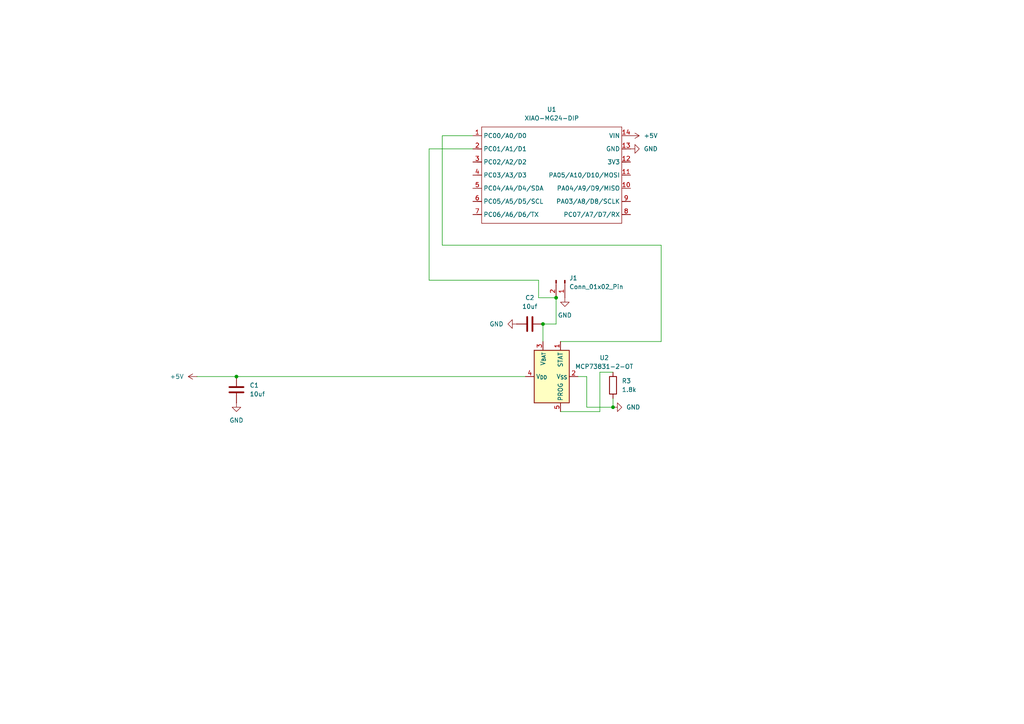
<source format=kicad_sch>
(kicad_sch (version 20250114) (generator "eeschema") (generator_version "9.0")
  (paper "A4")
  (lib_symbols
    (symbol "Battery_Management:MCP73831-2-OT"
      (property "Reference" "U" (at -7.62 6.35 0))
      (property "Value" "MCP73831-2-OT" (at 1.27 6.35 0))
      (symbol "MCP73831-2-OT_0_1"
        (rectangle (start -7.62 5.08) (end 7.62 -5.08) (stroke (width 0.254)) (fill (type background)))
      )
      (symbol "MCP73831-2-OT_1_1"
        (pin input line (at -10.16 -2.54 0) (length 2.54) (name "PROG") (number "5"))
        (pin power_in line (at 0 7.62 270) (length 2.54) (name "V_{DD}") (number "4"))
        (pin power_in line (at 0 -7.62 90) (length 2.54) (name "V_{SS}") (number "2"))
        (pin power_out line (at 10.16 2.54 180) (length 2.54) (name "V_{BAT}") (number "3"))
        (pin tri_state line (at 10.16 -2.54 180) (length 2.54) (name "STAT") (number "1"))
      )
    )
    (symbol "Connector:Conn_01x02_Pin" (pin_names (offset 1.016) (hide yes))
      (property "Reference" "J" (at 0 2.54 0))
      (property "Value" "Conn_01x02_Pin" (at 0 -5.08 0))
      (symbol "Conn_01x02_Pin_1_1"
        (rectangle (start 0.8636 0.127) (end 0 -0.127) (stroke (width 0.1524)) (fill (type outline)))
        (rectangle (start 0.8636 -2.413) (end 0 -2.667) (stroke (width 0.1524)) (fill (type outline)))
        (polyline (pts (xy 1.27 0) (xy 0.8636 0)) (stroke (width 0.1524)))
        (polyline (pts (xy 1.27 -2.54) (xy 0.8636 -2.54)) (stroke (width 0.1524)))
        (pin passive line (at 5.08 0 180) (length 3.81) (name "Pin_1") (number "1"))
        (pin passive line (at 5.08 -2.54 180) (length 3.81) (name "Pin_2") (number "2"))
      )
    )
    (symbol "Device:C" (pin_numbers (hide yes)) (pin_names (offset 0.254))
      (property "Reference" "C" (at 0.635 2.54 0))
      (property "Value" "C" (at 0.635 -2.54 0))
      (symbol "C_0_1"
        (polyline (pts (xy -2.032 0.762) (xy 2.032 0.762)) (stroke (width 0.508)))
        (polyline (pts (xy -2.032 -0.762) (xy 2.032 -0.762)) (stroke (width 0.508)))
      )
      (symbol "C_1_1"
        (pin passive line (at 0 3.81 270) (length 2.794) (name "~") (number "1"))
        (pin passive line (at 0 -3.81 90) (length 2.794) (name "~") (number "2"))
      )
    )
    (symbol "Device:R" (pin_numbers (hide yes)) (pin_names (offset 0))
      (property "Reference" "R" (at 2.032 0 90))
      (property "Value" "R" (at 0 0 90))
      (symbol "R_0_1"
        (rectangle (start -1.016 -2.54) (end 1.016 2.54) (stroke (width 0.254)))
      )
      (symbol "R_1_1"
        (pin passive line (at 0 3.81 270) (length 1.27) (name "~") (number "1"))
        (pin passive line (at 0 -3.81 90) (length 1.27) (name "~") (number "2"))
      )
    )
    (symbol "Seeed:XIAO-MG24-DIP"
      (property "Reference" "U" (at 0.508 0 0))
      (property "Value" "XIAO-MG24-DIP" (at 7.366 -2.286 0))
      (symbol "XIAO-MG24-DIP_1_0"
        (polyline (pts (xy 0 -3.81) (xy 40.64 -3.81)) (stroke (width 0.1524)))
        (polyline (pts (xy 0 -6.35) (xy -1.27 -6.35)) (stroke (width 0.1524)))
        (polyline (pts (xy 0 -6.35) (xy 0 -3.81)) (stroke (width 0.1524)))
        (polyline (pts (xy 0 -10.16) (xy -1.27 -10.16)) (stroke (width 0.1524)))
        (polyline (pts (xy 0 -10.16) (xy 0 -6.35)) (stroke (width 0.1524)))
        (polyline (pts (xy 0 -13.97) (xy -1.27 -13.97)) (stroke (width 0.1524)))
        (polyline (pts (xy 0 -13.97) (xy 0 -10.16)) (stroke (width 0.1524)))
        (polyline (pts (xy 0 -17.78) (xy -1.27 -17.78)) (stroke (width 0.1524)))
        (polyline (pts (xy 0 -17.78) (xy 0 -13.97)) (stroke (width 0.1524)))
        (polyline (pts (xy 0 -21.59) (xy -1.27 -21.59)) (stroke (width 0.1524)))
        (polyline (pts (xy 0 -25.4) (xy -1.27 -25.4)) (stroke (width 0.1524)))
        (polyline (pts (xy 0 -29.21) (xy -1.27 -29.21)) (stroke (width 0.1524)))
        (polyline (pts (xy 0 -31.75) (xy 0 -17.78)) (stroke (width 0.1524)))
        (polyline (pts (xy 40.64 -3.81) (xy 40.64 -6.35)) (stroke (width 0.1524)))
        (polyline (pts (xy 40.64 -6.35) (xy 40.64 -10.16)) (stroke (width 0.1524)))
        (polyline (pts (xy 40.64 -10.16) (xy 40.64 -13.97)) (stroke (width 0.1524)))
        (polyline (pts (xy 40.64 -13.97) (xy 40.64 -31.75)) (stroke (width 0.1524)))
        (polyline (pts (xy 40.64 -31.75) (xy 0 -31.75)) (stroke (width 0.1524)))
        (polyline (pts (xy 41.91 -6.35) (xy 40.64 -6.35)) (stroke (width 0.1524)))
        (polyline (pts (xy 41.91 -10.16) (xy 40.64 -10.16)) (stroke (width 0.1524)))
        (polyline (pts (xy 41.91 -13.97) (xy 40.64 -13.97)) (stroke (width 0.1524)))
        (polyline (pts (xy 41.91 -17.78) (xy 40.64 -17.78)) (stroke (width 0.1524)))
        (polyline (pts (xy 41.91 -21.59) (xy 40.64 -21.59)) (stroke (width 0.1524)))
        (polyline (pts (xy 41.91 -25.4) (xy 40.64 -25.4)) (stroke (width 0.1524)))
        (polyline (pts (xy 41.91 -29.21) (xy 40.64 -29.21)) (stroke (width 0.1524)))
        (pin passive line (at -2.54 -6.35 0) (length 2.54) (name "PC00/A0/D0") (number "1"))
        (pin passive line (at -2.54 -10.16 0) (length 2.54) (name "PC01/A1/D1") (number "2"))
        (pin passive line (at -2.54 -13.97 0) (length 2.54) (name "PC02/A2/D2") (number "3"))
        (pin passive line (at -2.54 -17.78 0) (length 2.54) (name "PC03/A3/D3") (number "4"))
        (pin passive line (at -2.54 -21.59 0) (length 2.54) (name "PC04/A4/D4/SDA") (number "5"))
        (pin passive line (at -2.54 -25.4 0) (length 2.54) (name "PC05/A5/D5/SCL") (number "6"))
        (pin passive line (at -2.54 -29.21 0) (length 2.54) (name "PC06/A6/D6/TX") (number "7"))
        (pin passive line (at 43.18 -6.35 180) (length 2.54) (name "VIN") (number "14"))
        (pin passive line (at 43.18 -10.16 180) (length 2.54) (name "GND") (number "13"))
        (pin passive line (at 43.18 -13.97 180) (length 2.54) (name "3V3") (number "12"))
        (pin passive line (at 43.18 -17.78 180) (length 2.54) (name "PA05/A10/D10/MOSI") (number "11"))
        (pin passive line (at 43.18 -21.59 180) (length 2.54) (name "PA04/A9/D9/MISO") (number "10"))
        (pin passive line (at 43.18 -25.4 180) (length 2.54) (name "PA03/A8/D8/SCLK") (number "9"))
        (pin passive line (at 43.18 -29.21 180) (length 2.54) (name "PC07/A7/D7/RX") (number "8"))
      )
    )
    (symbol "power:+5V" (power) (pin_numbers (hide yes)) (pin_names (offset 0) (hide yes))
      (property "Value" "+5V" (at 0 3.556 0))
      (symbol "+5V_0_1"
        (polyline (pts (xy -0.762 1.27) (xy 0 2.54)))
        (polyline (pts (xy 0 2.54) (xy 0.762 1.27)))
        (polyline (pts (xy 0 0) (xy 0 2.54)))
      )
      (symbol "+5V_1_1"
        (pin power_in line (at 0 0 90) (length 0) (name "~") (number "1"))
      )
    )
    (symbol "power:GND" (power) (pin_numbers (hide yes)) (pin_names (offset 0) (hide yes))
      (property "Value" "GND" (at 0 -3.81 0))
      (symbol "GND_0_1"
        (polyline (pts (xy 0 0) (xy 0 -1.27) (xy 1.27 -1.27) (xy 0 -2.54) (xy -1.27 -1.27) (xy 0 -1.27)))
      )
      (symbol "GND_1_1"
        (pin power_in line (at 0 0 270) (length 0) (name "~") (number "1"))
      )
    )
  )
  (junction (at 161.29 86.36))
  (junction (at 157.48 93.98))
  (junction (at 68.58 109.22))
  (junction (at 177.8 118.11))
  (wire (pts (xy 177.8 107.95) (xy 173.99 107.95)))
  (wire (pts (xy 156.21 81.28) (xy 124.46 81.28)))
  (wire (pts (xy 170.18 109.22) (xy 170.18 118.11)))
  (wire (pts (xy 173.99 119.38) (xy 162.56 119.38)))
  (wire (pts (xy 128.27 39.37) (xy 137.16 39.37)))
  (wire (pts (xy 177.8 115.57) (xy 177.8 118.11)))
  (wire (pts (xy 191.77 99.06) (xy 191.77 71.12)))
  (wire (pts (xy 173.99 107.95) (xy 173.99 119.38)))
  (wire (pts (xy 191.77 71.12) (xy 128.27 71.12)))
  (wire (pts (xy 161.29 86.36) (xy 161.29 93.98)))
  (wire (pts (xy 161.29 86.36) (xy 156.21 86.36)))
  (wire (pts (xy 167.64 109.22) (xy 170.18 109.22)))
  (wire (pts (xy 170.18 118.11) (xy 177.8 118.11)))
  (wire (pts (xy 128.27 71.12) (xy 128.27 39.37)))
  (wire (pts (xy 124.46 43.18) (xy 137.16 43.18)))
  (wire (pts (xy 68.58 109.22) (xy 152.4 109.22)))
  (wire (pts (xy 157.48 93.98) (xy 157.48 99.06)))
  (wire (pts (xy 124.46 81.28) (xy 124.46 43.18)))
  (wire (pts (xy 162.56 99.06) (xy 191.77 99.06)))
  (wire (pts (xy 156.21 86.36) (xy 156.21 81.28)))
  (wire (pts (xy 57.15 109.22) (xy 68.58 109.22)))
  (wire (pts (xy 161.29 93.98) (xy 157.48 93.98)))
  (symbol (lib_id "Device:C") (at 68.58 113.03 0) (unit 1)
    (property "Reference" "C1" (at 72.39 111.7599 0) (effects (justify left)))
    (property "Value" "10uf" (at 72.39 114.2999 0) (effects (justify left)))
    (property "Description" "Unpolarized capacitor" (effects (hide yes)))
  )
  (symbol (lib_id "power:GND") (at 177.8 118.11 90) (unit 1)
    (property "Reference" "#PWR06" (effects (hide yes)))
    (property "Value" "GND" (at 181.61 118.1099 90) (effects (justify right)))
    (property "Description" "Power symbol creates a global label with name \"GND\" , ground" (effects (hide yes)))
  )
  (symbol (lib_id "power:+5V") (at 182.88 39.37 270) (unit 1)
    (property "Reference" "#PWR08" (effects (hide yes)))
    (property "Value" "+5V" (at 186.69 39.3699 90) (effects (justify left)))
    (property "Description" "Power symbol creates a global label with name \"+5V\"" (effects (hide yes)))
  )
  (symbol (lib_id "Device:C") (at 153.67 93.98 270) (unit 1)
    (property "Reference" "C2" (at 153.67 86.36 90))
    (property "Value" "10uf" (at 153.67 88.9 90))
    (property "Description" "Unpolarized capacitor" (effects (hide yes)))
  )
  (symbol (lib_id "Battery_Management:MCP73831-2-OT") (at 160.02 109.22 90) (unit 1)
    (property "Reference" "U2" (at 175.26 103.7746 90))
    (property "Value" "MCP73831-2-OT" (at 175.26 106.3146 90))
    (property "Footprint" "Package_TO_SOT_SMD:SOT-23-5" (effects (hide yes)))
    (property "Datasheet" "http://ww1.microchip.com/downloads/en/DeviceDoc/20001984g.pdf" (effects (hide yes)))
    (property "Description" "Single cell, Li-Ion/Li-Po charge management controller, 4.20V, Tri-State Status Output, in SOT23-5 package" (effects (hide yes)))
  )
  (symbol (lib_id "Seeed:XIAO-MG24-DIP") (at 139.7 33.02 0) (unit 1)
    (property "Reference" "U1" (at 160.02 31.75 0))
    (property "Value" "XIAO-MG24-DIP" (at 160.02 34.29 0))
    (property "Footprint" "Module:MOUDLE14P-XIAO-DIP-SMD" (effects (hide yes)))
  )
  (symbol (lib_id "power:GND") (at 68.58 116.84 0) (unit 1)
    (property "Reference" "#PWR02" (effects (hide yes)))
    (property "Value" "GND" (at 68.58 121.92 0))
    (property "Description" "Power symbol creates a global label with name \"GND\" , ground" (effects (hide yes)))
  )
  (symbol (lib_id "power:GND") (at 182.88 43.18 90) (unit 1)
    (property "Reference" "#PWR09" (effects (hide yes)))
    (property "Value" "GND" (at 186.69 43.1799 90) (effects (justify right)))
    (property "Description" "Power symbol creates a global label with name \"GND\" , ground" (effects (hide yes)))
  )
  (symbol (lib_id "Connector:Conn_01x02_Pin") (at 163.83 81.28 270) (unit 1)
    (property "Reference" "J1" (at 165.1 80.6449 90) (effects (justify left)))
    (property "Value" "Conn_01x02_Pin" (at 165.1 83.1849 90) (effects (justify left)))
    (property "Description" "Generic connector, single row, 01x02, script generated" (effects (hide yes)))
  )
  (symbol (lib_id "power:+5V") (at 57.15 109.22 90) (unit 1)
    (property "Reference" "#PWR07" (effects (hide yes)))
    (property "Value" "+5V" (at 53.34 109.2199 90) (effects (justify left)))
    (property "Description" "Power symbol creates a global label with name \"+5V\"" (effects (hide yes)))
  )
  (symbol (lib_id "power:GND") (at 163.83 86.36 0) (unit 1)
    (property "Reference" "#PWR04" (effects (hide yes)))
    (property "Value" "GND" (at 163.83 91.44 0))
    (property "Description" "Power symbol creates a global label with name \"GND\" , ground" (effects (hide yes)))
  )
  (symbol (lib_id "power:GND") (at 149.86 93.98 270) (unit 1)
    (property "Reference" "#PWR05" (effects (hide yes)))
    (property "Value" "GND" (at 146.05 93.9799 90) (effects (justify right)))
    (property "Description" "Power symbol creates a global label with name \"GND\" , ground" (effects (hide yes)))
  )
  (symbol (lib_id "Device:R") (at 177.8 111.76 0) (unit 1)
    (property "Reference" "R3" (at 180.34 110.4899 0) (effects (justify left)))
    (property "Value" "1.8k" (at 180.34 113.0299 0) (effects (justify left)))
    (property "Description" "Resistor" (effects (hide yes)))
  )
)
</source>
